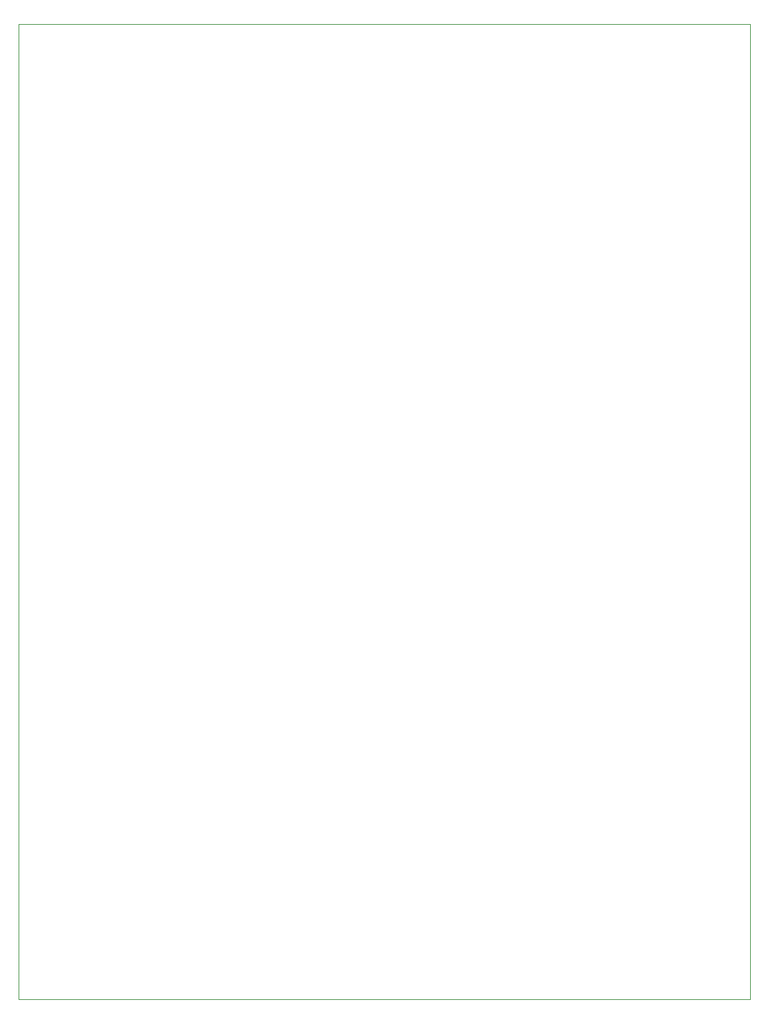
<source format=gbr>
G04 #@! TF.GenerationSoftware,KiCad,Pcbnew,(5.1.4)-1*
G04 #@! TF.CreationDate,2021-03-22T19:47:51+01:00*
G04 #@! TF.ProjectId,TFG_CANDevice,5446475f-4341-44e4-9465-766963652e6b,rev?*
G04 #@! TF.SameCoordinates,Original*
G04 #@! TF.FileFunction,Profile,NP*
%FSLAX46Y46*%
G04 Gerber Fmt 4.6, Leading zero omitted, Abs format (unit mm)*
G04 Created by KiCad (PCBNEW (5.1.4)-1) date 2021-03-22 19:47:51*
%MOMM*%
%LPD*%
G04 APERTURE LIST*
%ADD10C,0.050000*%
G04 APERTURE END LIST*
D10*
X222680000Y-42020000D02*
X222680000Y-162000000D01*
X132690000Y-42020000D02*
X222680000Y-42020000D01*
X132690000Y-162000000D02*
X132690000Y-42020000D01*
X222680000Y-162000000D02*
X132690000Y-162000000D01*
M02*

</source>
